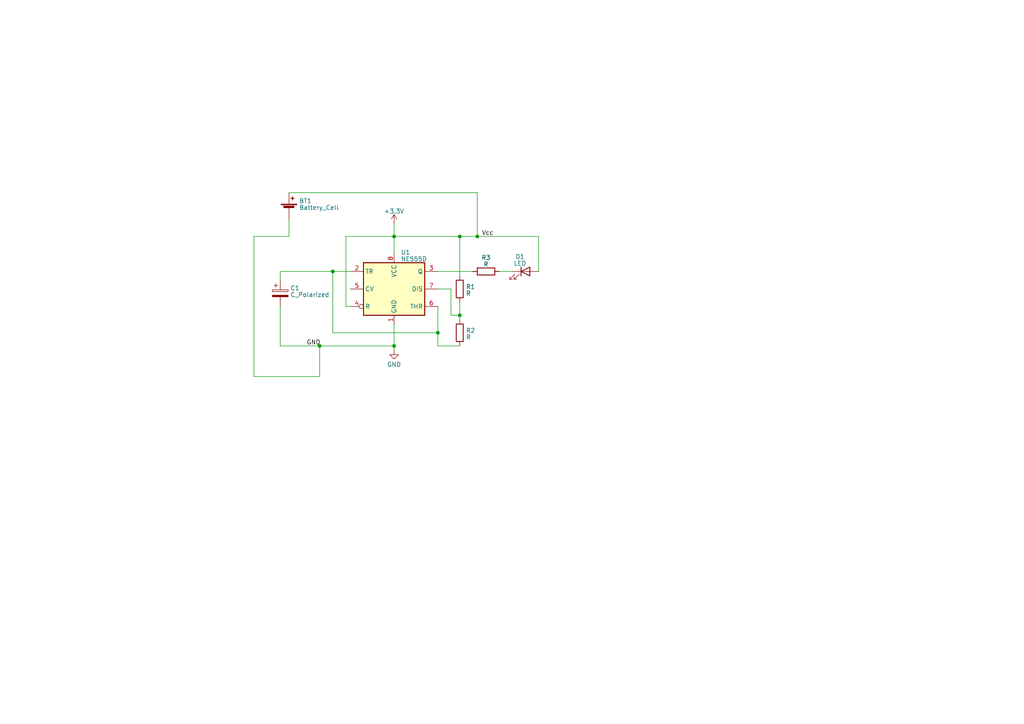
<source format=kicad_sch>
(kicad_sch (version 20230121) (generator eeschema)

  (uuid bda273d4-bc32-45ab-8c46-c2e06fbad414)

  (paper "A4")

  (lib_symbols
    (symbol "Device:Battery_Cell" (pin_numbers hide) (pin_names (offset 0) hide) (in_bom yes) (on_board yes)
      (property "Reference" "BT" (at 2.54 2.54 0)
        (effects (font (size 1.27 1.27)) (justify left))
      )
      (property "Value" "Battery_Cell" (at 2.54 0 0)
        (effects (font (size 1.27 1.27)) (justify left))
      )
      (property "Footprint" "" (at 0 1.524 90)
        (effects (font (size 1.27 1.27)) hide)
      )
      (property "Datasheet" "~" (at 0 1.524 90)
        (effects (font (size 1.27 1.27)) hide)
      )
      (property "ki_keywords" "battery cell" (at 0 0 0)
        (effects (font (size 1.27 1.27)) hide)
      )
      (property "ki_description" "Single-cell battery" (at 0 0 0)
        (effects (font (size 1.27 1.27)) hide)
      )
      (symbol "Battery_Cell_0_1"
        (rectangle (start -2.286 1.778) (end 2.286 1.524)
          (stroke (width 0) (type default))
          (fill (type outline))
        )
        (rectangle (start -1.5748 1.1938) (end 1.4732 0.6858)
          (stroke (width 0) (type default))
          (fill (type outline))
        )
        (polyline
          (pts
            (xy 0 0.762)
            (xy 0 0)
          )
          (stroke (width 0) (type default))
          (fill (type none))
        )
        (polyline
          (pts
            (xy 0 1.778)
            (xy 0 2.54)
          )
          (stroke (width 0) (type default))
          (fill (type none))
        )
        (polyline
          (pts
            (xy 0.508 3.429)
            (xy 1.524 3.429)
          )
          (stroke (width 0.254) (type default))
          (fill (type none))
        )
        (polyline
          (pts
            (xy 1.016 3.937)
            (xy 1.016 2.921)
          )
          (stroke (width 0.254) (type default))
          (fill (type none))
        )
      )
      (symbol "Battery_Cell_1_1"
        (pin passive line (at 0 5.08 270) (length 2.54)
          (name "+" (effects (font (size 1.27 1.27))))
          (number "1" (effects (font (size 1.27 1.27))))
        )
        (pin passive line (at 0 -2.54 90) (length 2.54)
          (name "-" (effects (font (size 1.27 1.27))))
          (number "2" (effects (font (size 1.27 1.27))))
        )
      )
    )
    (symbol "Device:C_Polarized" (pin_numbers hide) (pin_names (offset 0.254)) (in_bom yes) (on_board yes)
      (property "Reference" "C" (at 0.635 2.54 0)
        (effects (font (size 1.27 1.27)) (justify left))
      )
      (property "Value" "C_Polarized" (at 0.635 -2.54 0)
        (effects (font (size 1.27 1.27)) (justify left))
      )
      (property "Footprint" "" (at 0.9652 -3.81 0)
        (effects (font (size 1.27 1.27)) hide)
      )
      (property "Datasheet" "~" (at 0 0 0)
        (effects (font (size 1.27 1.27)) hide)
      )
      (property "ki_keywords" "cap capacitor" (at 0 0 0)
        (effects (font (size 1.27 1.27)) hide)
      )
      (property "ki_description" "Polarized capacitor" (at 0 0 0)
        (effects (font (size 1.27 1.27)) hide)
      )
      (property "ki_fp_filters" "CP_*" (at 0 0 0)
        (effects (font (size 1.27 1.27)) hide)
      )
      (symbol "C_Polarized_0_1"
        (rectangle (start -2.286 0.508) (end 2.286 1.016)
          (stroke (width 0) (type default))
          (fill (type none))
        )
        (polyline
          (pts
            (xy -1.778 2.286)
            (xy -0.762 2.286)
          )
          (stroke (width 0) (type default))
          (fill (type none))
        )
        (polyline
          (pts
            (xy -1.27 2.794)
            (xy -1.27 1.778)
          )
          (stroke (width 0) (type default))
          (fill (type none))
        )
        (rectangle (start 2.286 -0.508) (end -2.286 -1.016)
          (stroke (width 0) (type default))
          (fill (type outline))
        )
      )
      (symbol "C_Polarized_1_1"
        (pin passive line (at 0 3.81 270) (length 2.794)
          (name "~" (effects (font (size 1.27 1.27))))
          (number "1" (effects (font (size 1.27 1.27))))
        )
        (pin passive line (at 0 -3.81 90) (length 2.794)
          (name "~" (effects (font (size 1.27 1.27))))
          (number "2" (effects (font (size 1.27 1.27))))
        )
      )
    )
    (symbol "Device:LED" (pin_numbers hide) (pin_names (offset 1.016) hide) (in_bom yes) (on_board yes)
      (property "Reference" "D" (at 0 2.54 0)
        (effects (font (size 1.27 1.27)))
      )
      (property "Value" "LED" (at 0 -2.54 0)
        (effects (font (size 1.27 1.27)))
      )
      (property "Footprint" "" (at 0 0 0)
        (effects (font (size 1.27 1.27)) hide)
      )
      (property "Datasheet" "~" (at 0 0 0)
        (effects (font (size 1.27 1.27)) hide)
      )
      (property "ki_keywords" "LED diode" (at 0 0 0)
        (effects (font (size 1.27 1.27)) hide)
      )
      (property "ki_description" "Light emitting diode" (at 0 0 0)
        (effects (font (size 1.27 1.27)) hide)
      )
      (property "ki_fp_filters" "LED* LED_SMD:* LED_THT:*" (at 0 0 0)
        (effects (font (size 1.27 1.27)) hide)
      )
      (symbol "LED_0_1"
        (polyline
          (pts
            (xy -1.27 -1.27)
            (xy -1.27 1.27)
          )
          (stroke (width 0.254) (type default))
          (fill (type none))
        )
        (polyline
          (pts
            (xy -1.27 0)
            (xy 1.27 0)
          )
          (stroke (width 0) (type default))
          (fill (type none))
        )
        (polyline
          (pts
            (xy 1.27 -1.27)
            (xy 1.27 1.27)
            (xy -1.27 0)
            (xy 1.27 -1.27)
          )
          (stroke (width 0.254) (type default))
          (fill (type none))
        )
        (polyline
          (pts
            (xy -3.048 -0.762)
            (xy -4.572 -2.286)
            (xy -3.81 -2.286)
            (xy -4.572 -2.286)
            (xy -4.572 -1.524)
          )
          (stroke (width 0) (type default))
          (fill (type none))
        )
        (polyline
          (pts
            (xy -1.778 -0.762)
            (xy -3.302 -2.286)
            (xy -2.54 -2.286)
            (xy -3.302 -2.286)
            (xy -3.302 -1.524)
          )
          (stroke (width 0) (type default))
          (fill (type none))
        )
      )
      (symbol "LED_1_1"
        (pin passive line (at -3.81 0 0) (length 2.54)
          (name "K" (effects (font (size 1.27 1.27))))
          (number "1" (effects (font (size 1.27 1.27))))
        )
        (pin passive line (at 3.81 0 180) (length 2.54)
          (name "A" (effects (font (size 1.27 1.27))))
          (number "2" (effects (font (size 1.27 1.27))))
        )
      )
    )
    (symbol "Device:R" (pin_numbers hide) (pin_names (offset 0)) (in_bom yes) (on_board yes)
      (property "Reference" "R" (at 2.032 0 90)
        (effects (font (size 1.27 1.27)))
      )
      (property "Value" "R" (at 0 0 90)
        (effects (font (size 1.27 1.27)))
      )
      (property "Footprint" "" (at -1.778 0 90)
        (effects (font (size 1.27 1.27)) hide)
      )
      (property "Datasheet" "~" (at 0 0 0)
        (effects (font (size 1.27 1.27)) hide)
      )
      (property "ki_keywords" "R res resistor" (at 0 0 0)
        (effects (font (size 1.27 1.27)) hide)
      )
      (property "ki_description" "Resistor" (at 0 0 0)
        (effects (font (size 1.27 1.27)) hide)
      )
      (property "ki_fp_filters" "R_*" (at 0 0 0)
        (effects (font (size 1.27 1.27)) hide)
      )
      (symbol "R_0_1"
        (rectangle (start -1.016 -2.54) (end 1.016 2.54)
          (stroke (width 0.254) (type default))
          (fill (type none))
        )
      )
      (symbol "R_1_1"
        (pin passive line (at 0 3.81 270) (length 1.27)
          (name "~" (effects (font (size 1.27 1.27))))
          (number "1" (effects (font (size 1.27 1.27))))
        )
        (pin passive line (at 0 -3.81 90) (length 1.27)
          (name "~" (effects (font (size 1.27 1.27))))
          (number "2" (effects (font (size 1.27 1.27))))
        )
      )
    )
    (symbol "Timer:NE555D" (in_bom yes) (on_board yes)
      (property "Reference" "U" (at -10.16 8.89 0)
        (effects (font (size 1.27 1.27)) (justify left))
      )
      (property "Value" "NE555D" (at 2.54 8.89 0)
        (effects (font (size 1.27 1.27)) (justify left))
      )
      (property "Footprint" "Package_SO:SOIC-8_3.9x4.9mm_P1.27mm" (at 21.59 -10.16 0)
        (effects (font (size 1.27 1.27)) hide)
      )
      (property "Datasheet" "http://www.ti.com/lit/ds/symlink/ne555.pdf" (at 21.59 -10.16 0)
        (effects (font (size 1.27 1.27)) hide)
      )
      (property "ki_keywords" "single timer 555" (at 0 0 0)
        (effects (font (size 1.27 1.27)) hide)
      )
      (property "ki_description" "Precision Timers, 555 compatible, SOIC-8" (at 0 0 0)
        (effects (font (size 1.27 1.27)) hide)
      )
      (property "ki_fp_filters" "SOIC*3.9x4.9mm*P1.27mm*" (at 0 0 0)
        (effects (font (size 1.27 1.27)) hide)
      )
      (symbol "NE555D_0_0"
        (pin power_in line (at 0 -10.16 90) (length 2.54)
          (name "GND" (effects (font (size 1.27 1.27))))
          (number "1" (effects (font (size 1.27 1.27))))
        )
        (pin power_in line (at 0 10.16 270) (length 2.54)
          (name "VCC" (effects (font (size 1.27 1.27))))
          (number "8" (effects (font (size 1.27 1.27))))
        )
      )
      (symbol "NE555D_0_1"
        (rectangle (start -8.89 -7.62) (end 8.89 7.62)
          (stroke (width 0.254) (type default))
          (fill (type background))
        )
        (rectangle (start -8.89 -7.62) (end 8.89 7.62)
          (stroke (width 0.254) (type default))
          (fill (type background))
        )
      )
      (symbol "NE555D_1_1"
        (pin input line (at -12.7 5.08 0) (length 3.81)
          (name "TR" (effects (font (size 1.27 1.27))))
          (number "2" (effects (font (size 1.27 1.27))))
        )
        (pin output line (at 12.7 5.08 180) (length 3.81)
          (name "Q" (effects (font (size 1.27 1.27))))
          (number "3" (effects (font (size 1.27 1.27))))
        )
        (pin input inverted (at -12.7 -5.08 0) (length 3.81)
          (name "R" (effects (font (size 1.27 1.27))))
          (number "4" (effects (font (size 1.27 1.27))))
        )
        (pin input line (at -12.7 0 0) (length 3.81)
          (name "CV" (effects (font (size 1.27 1.27))))
          (number "5" (effects (font (size 1.27 1.27))))
        )
        (pin input line (at 12.7 -5.08 180) (length 3.81)
          (name "THR" (effects (font (size 1.27 1.27))))
          (number "6" (effects (font (size 1.27 1.27))))
        )
        (pin input line (at 12.7 0 180) (length 3.81)
          (name "DIS" (effects (font (size 1.27 1.27))))
          (number "7" (effects (font (size 1.27 1.27))))
        )
      )
    )
    (symbol "power:+3.3V" (power) (pin_names (offset 0)) (in_bom yes) (on_board yes)
      (property "Reference" "#PWR" (at 0 -3.81 0)
        (effects (font (size 1.27 1.27)) hide)
      )
      (property "Value" "+3.3V" (at 0 3.556 0)
        (effects (font (size 1.27 1.27)))
      )
      (property "Footprint" "" (at 0 0 0)
        (effects (font (size 1.27 1.27)) hide)
      )
      (property "Datasheet" "" (at 0 0 0)
        (effects (font (size 1.27 1.27)) hide)
      )
      (property "ki_keywords" "global power" (at 0 0 0)
        (effects (font (size 1.27 1.27)) hide)
      )
      (property "ki_description" "Power symbol creates a global label with name \"+3.3V\"" (at 0 0 0)
        (effects (font (size 1.27 1.27)) hide)
      )
      (symbol "+3.3V_0_1"
        (polyline
          (pts
            (xy -0.762 1.27)
            (xy 0 2.54)
          )
          (stroke (width 0) (type default))
          (fill (type none))
        )
        (polyline
          (pts
            (xy 0 0)
            (xy 0 2.54)
          )
          (stroke (width 0) (type default))
          (fill (type none))
        )
        (polyline
          (pts
            (xy 0 2.54)
            (xy 0.762 1.27)
          )
          (stroke (width 0) (type default))
          (fill (type none))
        )
      )
      (symbol "+3.3V_1_1"
        (pin power_in line (at 0 0 90) (length 0) hide
          (name "+3.3V" (effects (font (size 1.27 1.27))))
          (number "1" (effects (font (size 1.27 1.27))))
        )
      )
    )
    (symbol "power:GND" (power) (pin_names (offset 0)) (in_bom yes) (on_board yes)
      (property "Reference" "#PWR" (at 0 -6.35 0)
        (effects (font (size 1.27 1.27)) hide)
      )
      (property "Value" "GND" (at 0 -3.81 0)
        (effects (font (size 1.27 1.27)))
      )
      (property "Footprint" "" (at 0 0 0)
        (effects (font (size 1.27 1.27)) hide)
      )
      (property "Datasheet" "" (at 0 0 0)
        (effects (font (size 1.27 1.27)) hide)
      )
      (property "ki_keywords" "global power" (at 0 0 0)
        (effects (font (size 1.27 1.27)) hide)
      )
      (property "ki_description" "Power symbol creates a global label with name \"GND\" , ground" (at 0 0 0)
        (effects (font (size 1.27 1.27)) hide)
      )
      (symbol "GND_0_1"
        (polyline
          (pts
            (xy 0 0)
            (xy 0 -1.27)
            (xy 1.27 -1.27)
            (xy 0 -2.54)
            (xy -1.27 -1.27)
            (xy 0 -1.27)
          )
          (stroke (width 0) (type default))
          (fill (type none))
        )
      )
      (symbol "GND_1_1"
        (pin power_in line (at 0 0 270) (length 0) hide
          (name "GND" (effects (font (size 1.27 1.27))))
          (number "1" (effects (font (size 1.27 1.27))))
        )
      )
    )
  )

  (junction (at 127 96.52) (diameter 0) (color 0 0 0 0)
    (uuid 3848baef-6847-4b90-8a97-3fbe4ba65119)
  )
  (junction (at 92.71 100.33) (diameter 0) (color 0 0 0 0)
    (uuid 45b2a2ed-9348-4cfd-987d-cdfb7ccd8931)
  )
  (junction (at 114.3 100.33) (diameter 0) (color 0 0 0 0)
    (uuid a5d07cd9-10c4-4bd0-8c93-8475d21d296b)
  )
  (junction (at 96.52 78.74) (diameter 0) (color 0 0 0 0)
    (uuid b4775e1c-579b-462e-9844-e7c251d7adac)
  )
  (junction (at 138.43 68.58) (diameter 0) (color 0 0 0 0)
    (uuid bfaef05e-52d1-488a-a5e6-8d37fbdb4d85)
  )
  (junction (at 133.35 91.44) (diameter 0) (color 0 0 0 0)
    (uuid c102d681-5265-478f-b385-7af48472e439)
  )
  (junction (at 114.3 68.58) (diameter 0) (color 0 0 0 0)
    (uuid c8f462b9-cce9-4f43-b4d0-50021ceb5223)
  )
  (junction (at 133.35 68.58) (diameter 0) (color 0 0 0 0)
    (uuid cf8e41a4-282d-4a76-a825-840e28b77dc1)
  )

  (wire (pts (xy 127 100.33) (xy 127 96.52))
    (stroke (width 0) (type default))
    (uuid 1ca647f1-06ec-4645-b0c2-68bfc996dbd0)
  )
  (wire (pts (xy 83.82 55.88) (xy 138.43 55.88))
    (stroke (width 0) (type default))
    (uuid 1f17acea-397a-42bb-9120-ca076b128cbb)
  )
  (wire (pts (xy 127 83.82) (xy 130.81 83.82))
    (stroke (width 0) (type default))
    (uuid 23f30392-7694-46b8-b892-f2368dc82911)
  )
  (wire (pts (xy 156.21 78.74) (xy 156.21 68.58))
    (stroke (width 0) (type default))
    (uuid 2dabe48c-ab4d-45c2-ba2d-a68c70352ae1)
  )
  (wire (pts (xy 133.35 91.44) (xy 133.35 92.71))
    (stroke (width 0) (type default))
    (uuid 3397175e-627e-4264-bea3-7784af1bce74)
  )
  (wire (pts (xy 101.6 78.74) (xy 96.52 78.74))
    (stroke (width 0) (type default))
    (uuid 339be085-1656-4d18-8aa4-0d6786db8979)
  )
  (wire (pts (xy 83.82 63.5) (xy 83.82 68.58))
    (stroke (width 0) (type default))
    (uuid 3b7a4a0b-752f-4271-ab86-c14dec64b310)
  )
  (wire (pts (xy 73.66 68.58) (xy 73.66 109.22))
    (stroke (width 0) (type default))
    (uuid 3f3e9d20-cda1-462e-bd22-876d51477913)
  )
  (wire (pts (xy 127 88.9) (xy 127 96.52))
    (stroke (width 0) (type default))
    (uuid 479ab093-26c9-4fc8-ae96-e0fa2b9b88be)
  )
  (wire (pts (xy 133.35 68.58) (xy 133.35 80.01))
    (stroke (width 0) (type default))
    (uuid 4939bf2c-22bc-4ec7-a9bf-63f032a5f612)
  )
  (wire (pts (xy 81.28 100.33) (xy 92.71 100.33))
    (stroke (width 0) (type default))
    (uuid 51a0c042-90e0-4185-8a5d-1b2d0d7485e8)
  )
  (wire (pts (xy 130.81 83.82) (xy 130.81 91.44))
    (stroke (width 0) (type default))
    (uuid 58079349-1645-4877-8f69-fdc39db7912b)
  )
  (wire (pts (xy 130.81 91.44) (xy 133.35 91.44))
    (stroke (width 0) (type default))
    (uuid 7d17563b-974e-4e4d-a3e8-7a685f4d3fe4)
  )
  (wire (pts (xy 92.71 100.33) (xy 114.3 100.33))
    (stroke (width 0) (type default))
    (uuid 831f5b44-ba1e-42cd-b361-d3b0e8be0370)
  )
  (wire (pts (xy 127 78.74) (xy 137.16 78.74))
    (stroke (width 0) (type default))
    (uuid 85c99e01-187e-4785-9f4e-68135dfb0b53)
  )
  (wire (pts (xy 133.35 68.58) (xy 114.3 68.58))
    (stroke (width 0) (type default))
    (uuid 87765b52-7b32-4d71-9137-3231b4c1382b)
  )
  (wire (pts (xy 100.33 68.58) (xy 114.3 68.58))
    (stroke (width 0) (type default))
    (uuid 8afec8ee-5ea7-4ef6-b56f-66045cae718a)
  )
  (wire (pts (xy 133.35 100.33) (xy 127 100.33))
    (stroke (width 0) (type default))
    (uuid 8bb1024b-44fb-4442-a0c0-7456511dfb29)
  )
  (wire (pts (xy 133.35 87.63) (xy 133.35 91.44))
    (stroke (width 0) (type default))
    (uuid 8c345c2d-b980-43aa-89ad-fabd84801032)
  )
  (wire (pts (xy 81.28 78.74) (xy 81.28 81.28))
    (stroke (width 0) (type default))
    (uuid a10f2e14-4769-4505-b575-418c72ec0277)
  )
  (wire (pts (xy 156.21 68.58) (xy 138.43 68.58))
    (stroke (width 0) (type default))
    (uuid a5a1287f-4f0c-4cf9-bb0b-d888469c57ab)
  )
  (wire (pts (xy 114.3 100.33) (xy 114.3 101.6))
    (stroke (width 0) (type default))
    (uuid a8d202e6-1d4a-4825-861a-c091d6cd0e28)
  )
  (wire (pts (xy 138.43 68.58) (xy 133.35 68.58))
    (stroke (width 0) (type default))
    (uuid a933b200-57cc-4bc4-b891-d85fbb260555)
  )
  (wire (pts (xy 92.71 109.22) (xy 92.71 100.33))
    (stroke (width 0) (type default))
    (uuid b57be414-4337-4896-b8d3-e11064b972f4)
  )
  (wire (pts (xy 96.52 96.52) (xy 96.52 78.74))
    (stroke (width 0) (type default))
    (uuid b59fde5d-5f8a-4324-950a-c69a8f9e5ab9)
  )
  (wire (pts (xy 114.3 93.98) (xy 114.3 100.33))
    (stroke (width 0) (type default))
    (uuid b719545c-e30c-494b-8343-c3808755a3d8)
  )
  (wire (pts (xy 73.66 109.22) (xy 92.71 109.22))
    (stroke (width 0) (type default))
    (uuid b8b721ec-eac6-4db4-bc6f-d995240612c3)
  )
  (wire (pts (xy 144.78 78.74) (xy 148.59 78.74))
    (stroke (width 0) (type default))
    (uuid d35f8232-cbb3-41cc-96c0-f7c7b8b9d9ed)
  )
  (wire (pts (xy 96.52 78.74) (xy 81.28 78.74))
    (stroke (width 0) (type default))
    (uuid d97cba92-fb6e-48e1-99fb-2269fd41a491)
  )
  (wire (pts (xy 81.28 88.9) (xy 81.28 100.33))
    (stroke (width 0) (type default))
    (uuid e49605a1-45eb-43a5-aff5-915ea266e23d)
  )
  (wire (pts (xy 127 96.52) (xy 96.52 96.52))
    (stroke (width 0) (type default))
    (uuid e49dac98-49f3-4c01-876f-ca19c81a683d)
  )
  (wire (pts (xy 83.82 68.58) (xy 73.66 68.58))
    (stroke (width 0) (type default))
    (uuid f80fca99-38dc-46a0-920f-8f1986845ba0)
  )
  (wire (pts (xy 114.3 64.77) (xy 114.3 68.58))
    (stroke (width 0) (type default))
    (uuid f8ef06cb-dadc-4634-9285-07508119e097)
  )
  (wire (pts (xy 100.33 88.9) (xy 100.33 68.58))
    (stroke (width 0) (type default))
    (uuid fb4a6eab-4219-47bc-8324-7911b07f743d)
  )
  (wire (pts (xy 101.6 88.9) (xy 100.33 88.9))
    (stroke (width 0) (type default))
    (uuid fba12b40-1261-4996-baa6-3b1488ecce0e)
  )
  (wire (pts (xy 114.3 68.58) (xy 114.3 73.66))
    (stroke (width 0) (type default))
    (uuid fcc0a5fe-315e-4d47-8a1b-ff2a3008bd58)
  )
  (wire (pts (xy 138.43 55.88) (xy 138.43 68.58))
    (stroke (width 0) (type default))
    (uuid fd22cded-18b2-467a-9914-6ae4e091768c)
  )

  (label "GND" (at 88.9 100.33 0) (fields_autoplaced)
    (effects (font (size 1.27 1.27)) (justify left bottom))
    (uuid 1d053d02-bcc2-4a75-b63f-c9757beae868)
  )
  (label "Vcc" (at 139.7 68.58 0) (fields_autoplaced)
    (effects (font (size 1.27 1.27)) (justify left bottom))
    (uuid a84b7c81-0ec3-4e2c-b566-f18033a791f8)
  )

  (symbol (lib_id "power:+3.3V") (at 114.3 64.77 0) (unit 1)
    (in_bom yes) (on_board yes) (dnp no) (fields_autoplaced)
    (uuid 2b2862e7-9570-4831-a581-bf812b176c7c)
    (property "Reference" "#PWR01" (at 114.3 68.58 0)
      (effects (font (size 1.27 1.27)) hide)
    )
    (property "Value" "+3.3V" (at 114.3 61.2681 0)
      (effects (font (size 1.27 1.27)))
    )
    (property "Footprint" "" (at 114.3 64.77 0)
      (effects (font (size 1.27 1.27)) hide)
    )
    (property "Datasheet" "" (at 114.3 64.77 0)
      (effects (font (size 1.27 1.27)) hide)
    )
    (pin "1" (uuid dfcb2970-5dfb-4404-abfc-61f0fdb6647f))
    (instances
      (project "board555_demo"
        (path "/bda273d4-bc32-45ab-8c46-c2e06fbad414"
          (reference "#PWR01") (unit 1)
        )
      )
    )
  )

  (symbol (lib_id "Device:Battery_Cell") (at 83.82 60.96 0) (unit 1)
    (in_bom yes) (on_board yes) (dnp no) (fields_autoplaced)
    (uuid 3410e355-a7e0-4643-9501-3658ab888dd4)
    (property "Reference" "BT1" (at 86.741 58.2843 0)
      (effects (font (size 1.27 1.27)) (justify left))
    )
    (property "Value" "Battery_Cell" (at 86.741 60.2053 0)
      (effects (font (size 1.27 1.27)) (justify left))
    )
    (property "Footprint" "Battery:Battery_Panasonic_CR2025-V1AK_Vertical_CircularHoles" (at 83.82 59.436 90)
      (effects (font (size 1.27 1.27)) hide)
    )
    (property "Datasheet" "~" (at 83.82 59.436 90)
      (effects (font (size 1.27 1.27)) hide)
    )
    (pin "1" (uuid 790a2753-d29e-40be-98ec-b348af20d1c9))
    (pin "2" (uuid 24ccaedd-b6a5-4e3c-bef0-d69ac61ff759))
    (instances
      (project "board555_demo"
        (path "/bda273d4-bc32-45ab-8c46-c2e06fbad414"
          (reference "BT1") (unit 1)
        )
      )
    )
  )

  (symbol (lib_id "Device:R") (at 140.97 78.74 90) (unit 1)
    (in_bom yes) (on_board yes) (dnp no) (fields_autoplaced)
    (uuid 34d2b9da-b565-4b95-8c56-3f7ef9091a6d)
    (property "Reference" "R3" (at 140.97 74.7141 90)
      (effects (font (size 1.27 1.27)))
    )
    (property "Value" "R" (at 140.97 76.6351 90)
      (effects (font (size 1.27 1.27)))
    )
    (property "Footprint" "Resistor_SMD:R_0603_1608Metric" (at 140.97 80.518 90)
      (effects (font (size 1.27 1.27)) hide)
    )
    (property "Datasheet" "~" (at 140.97 78.74 0)
      (effects (font (size 1.27 1.27)) hide)
    )
    (pin "1" (uuid c9856e6a-948c-443a-8b4a-1194dc5eb38e))
    (pin "2" (uuid 4b9976cd-8a9d-4faf-9372-ee7ed9370d60))
    (instances
      (project "board555_demo"
        (path "/bda273d4-bc32-45ab-8c46-c2e06fbad414"
          (reference "R3") (unit 1)
        )
      )
    )
  )

  (symbol (lib_id "Device:R") (at 133.35 96.52 0) (unit 1)
    (in_bom yes) (on_board yes) (dnp no) (fields_autoplaced)
    (uuid 66d79fc0-70db-41a3-8073-2c212e8100b6)
    (property "Reference" "R2" (at 135.128 95.8763 0)
      (effects (font (size 1.27 1.27)) (justify left))
    )
    (property "Value" "R" (at 135.128 97.7973 0)
      (effects (font (size 1.27 1.27)) (justify left))
    )
    (property "Footprint" "Resistor_SMD:R_0603_1608Metric" (at 131.572 96.52 90)
      (effects (font (size 1.27 1.27)) hide)
    )
    (property "Datasheet" "~" (at 133.35 96.52 0)
      (effects (font (size 1.27 1.27)) hide)
    )
    (pin "1" (uuid e38a3751-63a8-432c-ad6f-8b625488dba0))
    (pin "2" (uuid 42b090e0-e868-4714-8f58-e235e4fa7414))
    (instances
      (project "board555_demo"
        (path "/bda273d4-bc32-45ab-8c46-c2e06fbad414"
          (reference "R2") (unit 1)
        )
      )
    )
  )

  (symbol (lib_id "Device:R") (at 133.35 83.82 0) (unit 1)
    (in_bom yes) (on_board yes) (dnp no) (fields_autoplaced)
    (uuid 762ec7c8-0325-4864-b5ec-84f9164a8a96)
    (property "Reference" "R1" (at 135.128 83.1763 0)
      (effects (font (size 1.27 1.27)) (justify left))
    )
    (property "Value" "R" (at 135.128 85.0973 0)
      (effects (font (size 1.27 1.27)) (justify left))
    )
    (property "Footprint" "Resistor_SMD:R_0603_1608Metric" (at 131.572 83.82 90)
      (effects (font (size 1.27 1.27)) hide)
    )
    (property "Datasheet" "~" (at 133.35 83.82 0)
      (effects (font (size 1.27 1.27)) hide)
    )
    (pin "1" (uuid f1d1342f-692f-4757-8e36-620df363fbc2))
    (pin "2" (uuid 3fdca849-9244-4624-a41c-f938fac9f337))
    (instances
      (project "board555_demo"
        (path "/bda273d4-bc32-45ab-8c46-c2e06fbad414"
          (reference "R1") (unit 1)
        )
      )
    )
  )

  (symbol (lib_id "Device:LED") (at 152.4 78.74 0) (unit 1)
    (in_bom yes) (on_board yes) (dnp no) (fields_autoplaced)
    (uuid 7bd5eb19-c75f-4bab-b956-ca10061c1a57)
    (property "Reference" "D1" (at 150.8125 74.4601 0)
      (effects (font (size 1.27 1.27)))
    )
    (property "Value" "LED" (at 150.8125 76.3811 0)
      (effects (font (size 1.27 1.27)))
    )
    (property "Footprint" "LED_THT:LED_D5.0mm_Horizontal_O1.27mm_Z3.0mm" (at 152.4 78.74 0)
      (effects (font (size 1.27 1.27)) hide)
    )
    (property "Datasheet" "~" (at 152.4 78.74 0)
      (effects (font (size 1.27 1.27)) hide)
    )
    (pin "1" (uuid fce000bc-a627-41ab-b5b0-5ed1549f8ecf))
    (pin "2" (uuid 75b91542-29d2-44c0-bd84-f58aaddb6024))
    (instances
      (project "board555_demo"
        (path "/bda273d4-bc32-45ab-8c46-c2e06fbad414"
          (reference "D1") (unit 1)
        )
      )
    )
  )

  (symbol (lib_id "power:GND") (at 114.3 101.6 0) (unit 1)
    (in_bom yes) (on_board yes) (dnp no) (fields_autoplaced)
    (uuid 97bbdbc8-543c-4a20-9779-eb67e0715327)
    (property "Reference" "#PWR02" (at 114.3 107.95 0)
      (effects (font (size 1.27 1.27)) hide)
    )
    (property "Value" "GND" (at 114.3 105.7355 0)
      (effects (font (size 1.27 1.27)))
    )
    (property "Footprint" "" (at 114.3 101.6 0)
      (effects (font (size 1.27 1.27)) hide)
    )
    (property "Datasheet" "" (at 114.3 101.6 0)
      (effects (font (size 1.27 1.27)) hide)
    )
    (pin "1" (uuid 2dce5156-c8cf-451f-9f43-97a343605611))
    (instances
      (project "board555_demo"
        (path "/bda273d4-bc32-45ab-8c46-c2e06fbad414"
          (reference "#PWR02") (unit 1)
        )
      )
    )
  )

  (symbol (lib_id "Device:C_Polarized") (at 81.28 85.09 0) (unit 1)
    (in_bom yes) (on_board yes) (dnp no) (fields_autoplaced)
    (uuid ac6e4181-a27d-4dff-9c9b-25177314d7fc)
    (property "Reference" "C1" (at 84.201 83.5573 0)
      (effects (font (size 1.27 1.27)) (justify left))
    )
    (property "Value" "C_Polarized" (at 84.201 85.4783 0)
      (effects (font (size 1.27 1.27)) (justify left))
    )
    (property "Footprint" "Capacitor_THT:CP_Radial_D4.0mm_P2.00mm" (at 82.2452 88.9 0)
      (effects (font (size 1.27 1.27)) hide)
    )
    (property "Datasheet" "~" (at 81.28 85.09 0)
      (effects (font (size 1.27 1.27)) hide)
    )
    (pin "1" (uuid cd589d83-9036-4ffe-ad52-ba625df5b95b))
    (pin "2" (uuid f651f400-6467-4dcb-9c33-b617df6042d1))
    (instances
      (project "board555_demo"
        (path "/bda273d4-bc32-45ab-8c46-c2e06fbad414"
          (reference "C1") (unit 1)
        )
      )
    )
  )

  (symbol (lib_id "Timer:NE555D") (at 114.3 83.82 0) (unit 1)
    (in_bom yes) (on_board yes) (dnp no) (fields_autoplaced)
    (uuid fe7983d2-449a-4e65-a717-ad39b977303c)
    (property "Reference" "U1" (at 116.2559 73.1901 0)
      (effects (font (size 1.27 1.27)) (justify left))
    )
    (property "Value" "NE555D" (at 116.2559 75.1111 0)
      (effects (font (size 1.27 1.27)) (justify left))
    )
    (property "Footprint" "Package_SO:SOIC-8_3.9x4.9mm_P1.27mm" (at 135.89 93.98 0)
      (effects (font (size 1.27 1.27)) hide)
    )
    (property "Datasheet" "http://www.ti.com/lit/ds/symlink/ne555.pdf" (at 135.89 93.98 0)
      (effects (font (size 1.27 1.27)) hide)
    )
    (pin "1" (uuid 35bc515f-4a28-4a09-b49e-f53a2cbff628))
    (pin "8" (uuid 0b2b31fc-a4c4-4c31-af04-20f8aa30b5d0))
    (pin "2" (uuid 7a815d06-6d65-434e-98ed-9f9358014cf1))
    (pin "3" (uuid bd25d4da-5709-4977-bbb8-d0666025cd58))
    (pin "4" (uuid e9f608ef-9211-497a-9d80-c6295f873092))
    (pin "5" (uuid 3760c6f4-8a17-44a1-89ac-e69c6cd5037c))
    (pin "6" (uuid 0cb077e1-2fa5-4418-8c64-fe985a971dc7))
    (pin "7" (uuid f3d71c74-54d6-4d6a-a35f-2507d892d804))
    (instances
      (project "board555_demo"
        (path "/bda273d4-bc32-45ab-8c46-c2e06fbad414"
          (reference "U1") (unit 1)
        )
      )
    )
  )

  (sheet_instances
    (path "/" (page "1"))
  )
)

</source>
